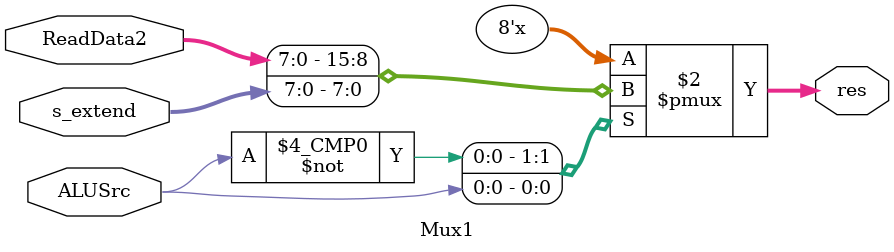
<source format=v>
`timescale 1ns / 1ps
module Mux1 (ALUSrc, ReadData2, s_extend, res);

	input ALUSrc;
	input [7:0] ReadData2,s_extend;	
	
	output reg [7:0] res;
	
	always @(ALUSrc, ReadData2, s_extend) begin
		case (ALUSrc)
			0: res = ReadData2;
			1: res = s_extend;
		endcase
	end
endmodule

</source>
